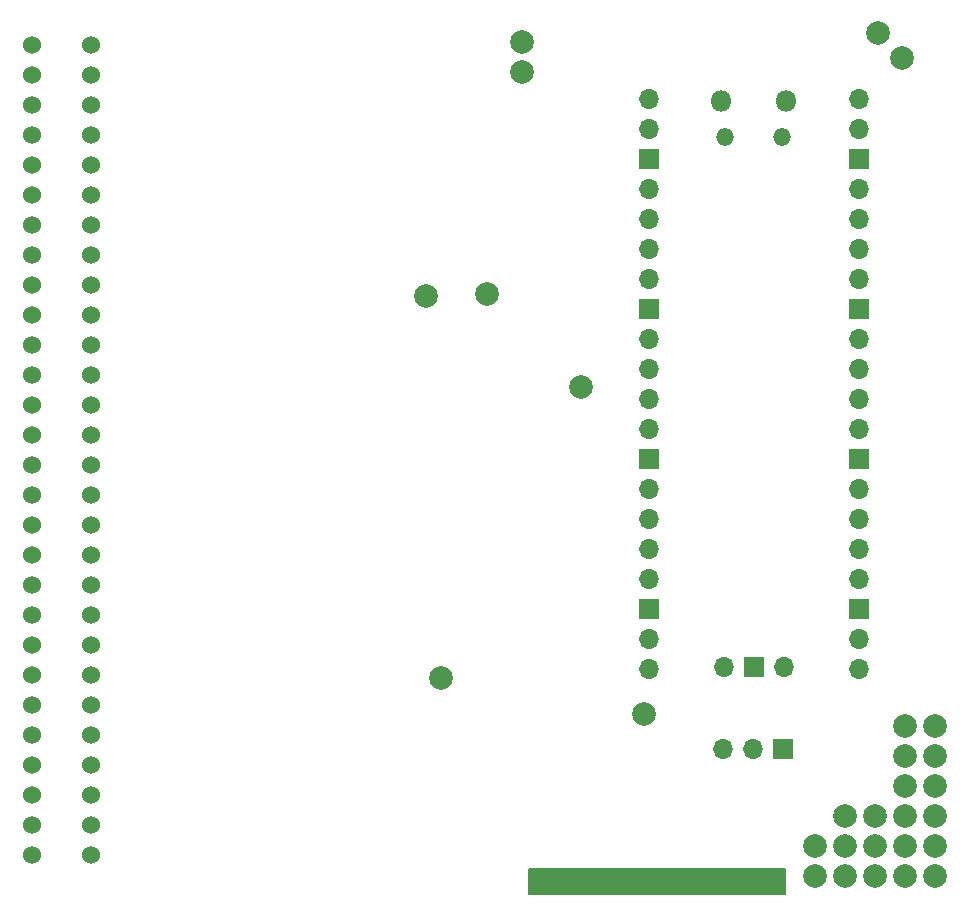
<source format=gbs>
G04 #@! TF.GenerationSoftware,KiCad,Pcbnew,6.0.10-86aedd382b~118~ubuntu20.04.1*
G04 #@! TF.CreationDate,2023-01-03T17:42:14+00:00*
G04 #@! TF.ProjectId,srom,73726f6d-2e6b-4696-9361-645f70636258,rev?*
G04 #@! TF.SameCoordinates,Original*
G04 #@! TF.FileFunction,Soldermask,Bot*
G04 #@! TF.FilePolarity,Negative*
%FSLAX46Y46*%
G04 Gerber Fmt 4.6, Leading zero omitted, Abs format (unit mm)*
G04 Created by KiCad (PCBNEW 6.0.10-86aedd382b~118~ubuntu20.04.1) date 2023-01-03 17:42:14*
%MOMM*%
%LPD*%
G01*
G04 APERTURE LIST*
%ADD10C,0.150000*%
%ADD11C,2.000000*%
%ADD12R,1.700000X1.700000*%
%ADD13O,1.700000X1.700000*%
%ADD14C,1.524000*%
%ADD15O,1.800000X1.800000*%
%ADD16O,1.500000X1.500000*%
G04 APERTURE END LIST*
D10*
X91900000Y-125490000D02*
X70190000Y-125490000D01*
X70190000Y-125490000D02*
X70190000Y-123340000D01*
X70190000Y-123340000D02*
X91900000Y-123340000D01*
X91900000Y-123340000D02*
X91900000Y-125490000D01*
G36*
X91900000Y-125490000D02*
G01*
X70190000Y-125490000D01*
X70190000Y-123340000D01*
X91900000Y-123340000D01*
X91900000Y-125490000D01*
G37*
D11*
X62770000Y-107210000D03*
X101770000Y-54650000D03*
X99730000Y-52600000D03*
X102070000Y-113770000D03*
X104610000Y-111230000D03*
X102070000Y-111230000D03*
X102070000Y-116310000D03*
X104610000Y-116310000D03*
X104610000Y-113770000D03*
X104590000Y-123950000D03*
X102050000Y-123950000D03*
X99510000Y-123950000D03*
X96970000Y-123950000D03*
X94430000Y-123950000D03*
X104590000Y-121410000D03*
X102050000Y-121410000D03*
X99510000Y-121410000D03*
X96970000Y-121410000D03*
X94430000Y-121410000D03*
X104590000Y-118870000D03*
X102050000Y-118870000D03*
X99510000Y-118870000D03*
X96970000Y-118870000D03*
X61490000Y-74840000D03*
X66640000Y-74660000D03*
X69640000Y-55910000D03*
D12*
X91730000Y-113165000D03*
D13*
X89190000Y-113165000D03*
X86650000Y-113165000D03*
D11*
X74630000Y-82520000D03*
D14*
X28150000Y-63740000D03*
X33150000Y-63740000D03*
X33150000Y-53580000D03*
X33150000Y-56120000D03*
X33150000Y-58660000D03*
X33150000Y-61200000D03*
X33150000Y-66280000D03*
X33150000Y-68820000D03*
X33150000Y-71360000D03*
X33150000Y-73900000D03*
X33150000Y-76440000D03*
X33150000Y-78980000D03*
X33150000Y-81520000D03*
X33150000Y-84060000D03*
X33150000Y-86600000D03*
X33150000Y-89140000D03*
X33150000Y-91680000D03*
X33150000Y-94220000D03*
X33150000Y-96760000D03*
X33150000Y-99300000D03*
X33150000Y-101840000D03*
X33150000Y-104380000D03*
X33150000Y-106920000D03*
X33150000Y-109460000D03*
X33150000Y-112000000D03*
X33150000Y-114540000D03*
X33150000Y-117080000D03*
X33150000Y-119620000D03*
X33150000Y-122160000D03*
X28150000Y-53580000D03*
X28150000Y-56120000D03*
X28150000Y-58660000D03*
X28150000Y-61200000D03*
X28150000Y-66280000D03*
X28150000Y-68820000D03*
X28150000Y-71360000D03*
X28150000Y-73900000D03*
X28150000Y-76440000D03*
X28150000Y-78980000D03*
X28150000Y-81520000D03*
X28150000Y-84060000D03*
X28150000Y-86600000D03*
X28150000Y-89140000D03*
X28150000Y-91680000D03*
X28150000Y-94220000D03*
X28150000Y-96760000D03*
X28150000Y-99300000D03*
X28150000Y-101840000D03*
X28150000Y-104380000D03*
X28150000Y-106920000D03*
X28150000Y-109460000D03*
X28150000Y-112000000D03*
X28150000Y-114540000D03*
X28150000Y-117080000D03*
X28150000Y-119620000D03*
X28150000Y-122160000D03*
D11*
X79920000Y-110260000D03*
D15*
X91965000Y-58320000D03*
X86515000Y-58320000D03*
D16*
X91665000Y-61350000D03*
X86815000Y-61350000D03*
D13*
X80350000Y-58190000D03*
X80350000Y-60730000D03*
D12*
X80350000Y-63270000D03*
D13*
X80350000Y-65810000D03*
X80350000Y-68350000D03*
X80350000Y-70890000D03*
X80350000Y-73430000D03*
D12*
X80350000Y-75970000D03*
D13*
X80350000Y-78510000D03*
X80350000Y-81050000D03*
X80350000Y-83590000D03*
X80350000Y-86130000D03*
D12*
X80350000Y-88670000D03*
D13*
X80350000Y-91210000D03*
X80350000Y-93750000D03*
X80350000Y-96290000D03*
X80350000Y-98830000D03*
D12*
X80350000Y-101370000D03*
D13*
X80350000Y-103910000D03*
X80350000Y-106450000D03*
X98130000Y-106450000D03*
X98130000Y-103910000D03*
D12*
X98130000Y-101370000D03*
D13*
X98130000Y-98830000D03*
X98130000Y-96290000D03*
X98130000Y-93750000D03*
X98130000Y-91210000D03*
D12*
X98130000Y-88670000D03*
D13*
X98130000Y-86130000D03*
X98130000Y-83590000D03*
X98130000Y-81050000D03*
X98130000Y-78510000D03*
D12*
X98130000Y-75970000D03*
D13*
X98130000Y-73430000D03*
X98130000Y-70890000D03*
X98130000Y-68350000D03*
X98130000Y-65810000D03*
D12*
X98130000Y-63270000D03*
D13*
X98130000Y-60730000D03*
X98130000Y-58190000D03*
X86700000Y-106220000D03*
D12*
X89240000Y-106220000D03*
D13*
X91780000Y-106220000D03*
D11*
X69610000Y-53350000D03*
M02*

</source>
